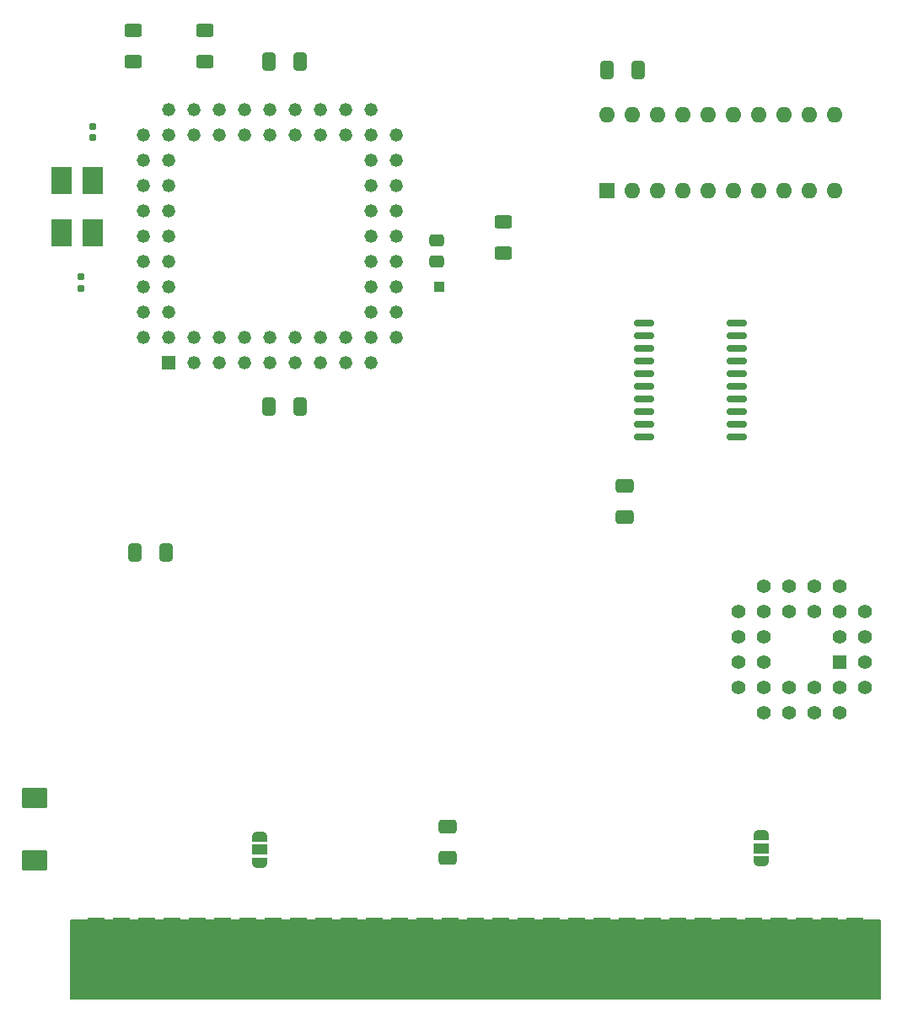
<source format=gbr>
%TF.GenerationSoftware,KiCad,Pcbnew,(6.0.4-0)*%
%TF.CreationDate,2022-05-20T22:02:18+01:00*%
%TF.ProjectId,8088_cpu_card,38303838-5f63-4707-955f-636172642e6b,rev?*%
%TF.SameCoordinates,Original*%
%TF.FileFunction,Soldermask,Bot*%
%TF.FilePolarity,Negative*%
%FSLAX46Y46*%
G04 Gerber Fmt 4.6, Leading zero omitted, Abs format (unit mm)*
G04 Created by KiCad (PCBNEW (6.0.4-0)) date 2022-05-20 22:02:18*
%MOMM*%
%LPD*%
G01*
G04 APERTURE LIST*
G04 Aperture macros list*
%AMRoundRect*
0 Rectangle with rounded corners*
0 $1 Rounding radius*
0 $2 $3 $4 $5 $6 $7 $8 $9 X,Y pos of 4 corners*
0 Add a 4 corners polygon primitive as box body*
4,1,4,$2,$3,$4,$5,$6,$7,$8,$9,$2,$3,0*
0 Add four circle primitives for the rounded corners*
1,1,$1+$1,$2,$3*
1,1,$1+$1,$4,$5*
1,1,$1+$1,$6,$7*
1,1,$1+$1,$8,$9*
0 Add four rect primitives between the rounded corners*
20,1,$1+$1,$2,$3,$4,$5,0*
20,1,$1+$1,$4,$5,$6,$7,0*
20,1,$1+$1,$6,$7,$8,$9,0*
20,1,$1+$1,$8,$9,$2,$3,0*%
%AMFreePoly0*
4,1,22,0.550000,-0.750000,0.000000,-0.750000,0.000000,-0.745033,-0.079941,-0.743568,-0.215256,-0.701293,-0.333266,-0.622738,-0.424486,-0.514219,-0.481581,-0.384460,-0.499164,-0.250000,-0.500000,-0.250000,-0.500000,0.250000,-0.499164,0.250000,-0.499963,0.256109,-0.478152,0.396186,-0.417904,0.524511,-0.324060,0.630769,-0.204165,0.706417,-0.067858,0.745374,0.000000,0.744959,0.000000,0.750000,
0.550000,0.750000,0.550000,-0.750000,0.550000,-0.750000,$1*%
%AMFreePoly1*
4,1,20,0.000000,0.744959,0.073905,0.744508,0.209726,0.703889,0.328688,0.626782,0.421226,0.519385,0.479903,0.390333,0.500000,0.250000,0.500000,-0.250000,0.499851,-0.262216,0.476331,-0.402017,0.414519,-0.529596,0.319384,-0.634700,0.198574,-0.708877,0.061801,-0.746166,0.000000,-0.745033,0.000000,-0.750000,-0.550000,-0.750000,-0.550000,0.750000,0.000000,0.750000,0.000000,0.744959,
0.000000,0.744959,$1*%
G04 Aperture macros list end*
%ADD10C,0.150000*%
%ADD11R,1.000000X1.000000*%
%ADD12R,1.600000X1.600000*%
%ADD13O,1.600000X1.600000*%
%ADD14R,1.780000X7.620000*%
%ADD15R,1.422400X1.422400*%
%ADD16C,1.422400*%
%ADD17C,1.320800*%
%ADD18R,1.320800X1.320800*%
%ADD19RoundRect,0.250000X-0.412500X-0.650000X0.412500X-0.650000X0.412500X0.650000X-0.412500X0.650000X0*%
%ADD20RoundRect,0.250000X-0.625000X0.400000X-0.625000X-0.400000X0.625000X-0.400000X0.625000X0.400000X0*%
%ADD21FreePoly0,270.000000*%
%ADD22R,1.500000X1.000000*%
%ADD23FreePoly1,270.000000*%
%ADD24RoundRect,0.250000X-0.650000X0.412500X-0.650000X-0.412500X0.650000X-0.412500X0.650000X0.412500X0*%
%ADD25RoundRect,0.155000X-0.155000X0.212500X-0.155000X-0.212500X0.155000X-0.212500X0.155000X0.212500X0*%
%ADD26RoundRect,0.150000X-0.875000X-0.150000X0.875000X-0.150000X0.875000X0.150000X-0.875000X0.150000X0*%
%ADD27R,2.100000X2.700000*%
%ADD28RoundRect,0.250000X0.475000X-0.337500X0.475000X0.337500X-0.475000X0.337500X-0.475000X-0.337500X0*%
%ADD29RoundRect,0.250000X1.025000X-0.787500X1.025000X0.787500X-1.025000X0.787500X-1.025000X-0.787500X0*%
G04 APERTURE END LIST*
D10*
X101600000Y-133604000D02*
X182880000Y-133604000D01*
X182880000Y-133604000D02*
X182880000Y-141478000D01*
X182880000Y-141478000D02*
X101600000Y-141478000D01*
X101600000Y-141478000D02*
X101600000Y-133604000D01*
G36*
X101600000Y-133604000D02*
G01*
X182880000Y-133604000D01*
X182880000Y-141478000D01*
X101600000Y-141478000D01*
X101600000Y-133604000D01*
G37*
D11*
%TO.C,TP1*%
X138557000Y-69977000D03*
%TD*%
D12*
%TO.C,J3*%
X155453000Y-60315000D03*
D13*
X157993000Y-60315000D03*
X160533000Y-60315000D03*
X163073000Y-60315000D03*
X165613000Y-60315000D03*
X168153000Y-60315000D03*
X170693000Y-60315000D03*
X173233000Y-60315000D03*
X175773000Y-60315000D03*
X178313000Y-60315000D03*
X178313000Y-52695000D03*
X175773000Y-52695000D03*
X173233000Y-52695000D03*
X170693000Y-52695000D03*
X168153000Y-52695000D03*
X165613000Y-52695000D03*
X163073000Y-52695000D03*
X160533000Y-52695000D03*
X157993000Y-52695000D03*
X155453000Y-52695000D03*
%TD*%
D14*
%TO.C,J2*%
X180340000Y-137160000D03*
X177800000Y-137160000D03*
X175260000Y-137160000D03*
X172720000Y-137160000D03*
X170180000Y-137160000D03*
X167640000Y-137160000D03*
X165100000Y-137160000D03*
X162560000Y-137160000D03*
X160020000Y-137160000D03*
X157480000Y-137160000D03*
X154940000Y-137160000D03*
X152400000Y-137160000D03*
X149860000Y-137160000D03*
X147320000Y-137160000D03*
X144780000Y-137160000D03*
X142240000Y-137160000D03*
X139700000Y-137160000D03*
X137160000Y-137160000D03*
X134620000Y-137160000D03*
X132080000Y-137160000D03*
X129540000Y-137160000D03*
X127000000Y-137160000D03*
X124460000Y-137160000D03*
X121920000Y-137160000D03*
X119380000Y-137160000D03*
X116840000Y-137160000D03*
X114300000Y-137160000D03*
X111760000Y-137160000D03*
X109220000Y-137160000D03*
X106680000Y-137160000D03*
X104140000Y-137160000D03*
%TD*%
D15*
%TO.C,J5*%
X178816000Y-107696000D03*
D16*
X181356000Y-105156000D03*
X178816000Y-105156000D03*
X181356000Y-102616000D03*
X178816000Y-100076000D03*
X178816000Y-102616000D03*
X176276000Y-100076000D03*
X176276000Y-102616000D03*
X173736000Y-100076000D03*
X173736000Y-102616000D03*
X171196000Y-100076000D03*
X168656000Y-102616000D03*
X171196000Y-102616000D03*
X168656000Y-105156000D03*
X171196000Y-105156000D03*
X168656000Y-107696000D03*
X171196000Y-107696000D03*
X168656000Y-110236000D03*
X171196000Y-112776000D03*
X171196000Y-110236000D03*
X173736000Y-112776000D03*
X173736000Y-110236000D03*
X176276000Y-112776000D03*
X176276000Y-110236000D03*
X178816000Y-112776000D03*
X181356000Y-110236000D03*
X178816000Y-110236000D03*
X181356000Y-107696000D03*
%TD*%
D17*
%TO.C,J1*%
X108839000Y-75057000D03*
X111379000Y-72517000D03*
X108839000Y-72517000D03*
X111379000Y-69977000D03*
X108839000Y-69977000D03*
X111379000Y-67437000D03*
X108839000Y-67437000D03*
X111379000Y-64897000D03*
X108839000Y-64897000D03*
X111379000Y-62357000D03*
X108839000Y-62357000D03*
X111379000Y-59817000D03*
X108839000Y-59817000D03*
X111379000Y-57277000D03*
X108839000Y-57277000D03*
X111379000Y-54737000D03*
X108839000Y-54737000D03*
X111379000Y-52197000D03*
X113919000Y-54737000D03*
X113919000Y-52197000D03*
X116459000Y-54737000D03*
X116459000Y-52197000D03*
X118999000Y-54737000D03*
X118999000Y-52197000D03*
X121539000Y-54737000D03*
X121539000Y-52197000D03*
X124079000Y-54737000D03*
X124079000Y-52197000D03*
X126619000Y-54737000D03*
X126619000Y-52197000D03*
X129159000Y-54737000D03*
X129159000Y-52197000D03*
X131699000Y-54737000D03*
X131699000Y-52197000D03*
X134239000Y-54737000D03*
X131699000Y-57277000D03*
X134239000Y-57277000D03*
X131699000Y-59817000D03*
X134239000Y-59817000D03*
X131699000Y-62357000D03*
X134239000Y-62357000D03*
X131699000Y-64897000D03*
X134239000Y-64897000D03*
X131699000Y-67437000D03*
X134239000Y-67437000D03*
X131699000Y-69977000D03*
X134239000Y-69977000D03*
X131699000Y-72517000D03*
X134239000Y-72517000D03*
X131699000Y-75057000D03*
X134239000Y-75057000D03*
X131699000Y-77597000D03*
X129159000Y-75057000D03*
X129159000Y-77597000D03*
X126619000Y-75057000D03*
X126619000Y-77597000D03*
X124079000Y-75057000D03*
X124079000Y-77597000D03*
X121539000Y-75057000D03*
X121539000Y-77597000D03*
X118999000Y-75057000D03*
X118999000Y-77597000D03*
X116459000Y-75057000D03*
X116459000Y-77597000D03*
X113919000Y-75057000D03*
X113919000Y-77597000D03*
X111379000Y-75057000D03*
D18*
X111379000Y-77597000D03*
%TD*%
D19*
%TO.C,C7*%
X121500500Y-82042000D03*
X124625500Y-82042000D03*
%TD*%
D20*
%TO.C,R4*%
X145034000Y-63474000D03*
X145034000Y-66574000D03*
%TD*%
D19*
%TO.C,C5*%
X121500500Y-47371000D03*
X124625500Y-47371000D03*
%TD*%
D20*
%TO.C,R2*%
X107823000Y-44297000D03*
X107823000Y-47397000D03*
%TD*%
%TO.C,R3*%
X115062000Y-44297000D03*
X115062000Y-47397000D03*
%TD*%
D21*
%TO.C,JP2*%
X120523000Y-125192000D03*
D22*
X120523000Y-126492000D03*
D23*
X120523000Y-127792000D03*
%TD*%
D24*
%TO.C,C9*%
X139446000Y-124167500D03*
X139446000Y-127292500D03*
%TD*%
D19*
%TO.C,C10*%
X108038500Y-96647000D03*
X111163500Y-96647000D03*
%TD*%
D25*
%TO.C,C1*%
X102616000Y-69028500D03*
X102616000Y-70163500D03*
%TD*%
D26*
%TO.C,U2*%
X159180000Y-85090000D03*
X159180000Y-83820000D03*
X159180000Y-82550000D03*
X159180000Y-81280000D03*
X159180000Y-80010000D03*
X159180000Y-78740000D03*
X159180000Y-77470000D03*
X159180000Y-76200000D03*
X159180000Y-74930000D03*
X159180000Y-73660000D03*
X168480000Y-73660000D03*
X168480000Y-74930000D03*
X168480000Y-76200000D03*
X168480000Y-77470000D03*
X168480000Y-78740000D03*
X168480000Y-80010000D03*
X168480000Y-81280000D03*
X168480000Y-82550000D03*
X168480000Y-83820000D03*
X168480000Y-85090000D03*
%TD*%
D19*
%TO.C,C6*%
X155409500Y-48265000D03*
X158534500Y-48265000D03*
%TD*%
D21*
%TO.C,JP1*%
X170942000Y-125065000D03*
D22*
X170942000Y-126365000D03*
D23*
X170942000Y-127665000D03*
%TD*%
D25*
%TO.C,C2*%
X103759000Y-53915500D03*
X103759000Y-55050500D03*
%TD*%
D27*
%TO.C,Y1*%
X103785000Y-59326000D03*
X103785000Y-64626000D03*
X100685000Y-64626000D03*
X100685000Y-59326000D03*
%TD*%
D24*
%TO.C,C8*%
X157226000Y-90004500D03*
X157226000Y-93129500D03*
%TD*%
D28*
%TO.C,C3*%
X138303000Y-67458500D03*
X138303000Y-65383500D03*
%TD*%
D29*
%TO.C,C4*%
X97917000Y-127572500D03*
X97917000Y-121347500D03*
%TD*%
M02*

</source>
